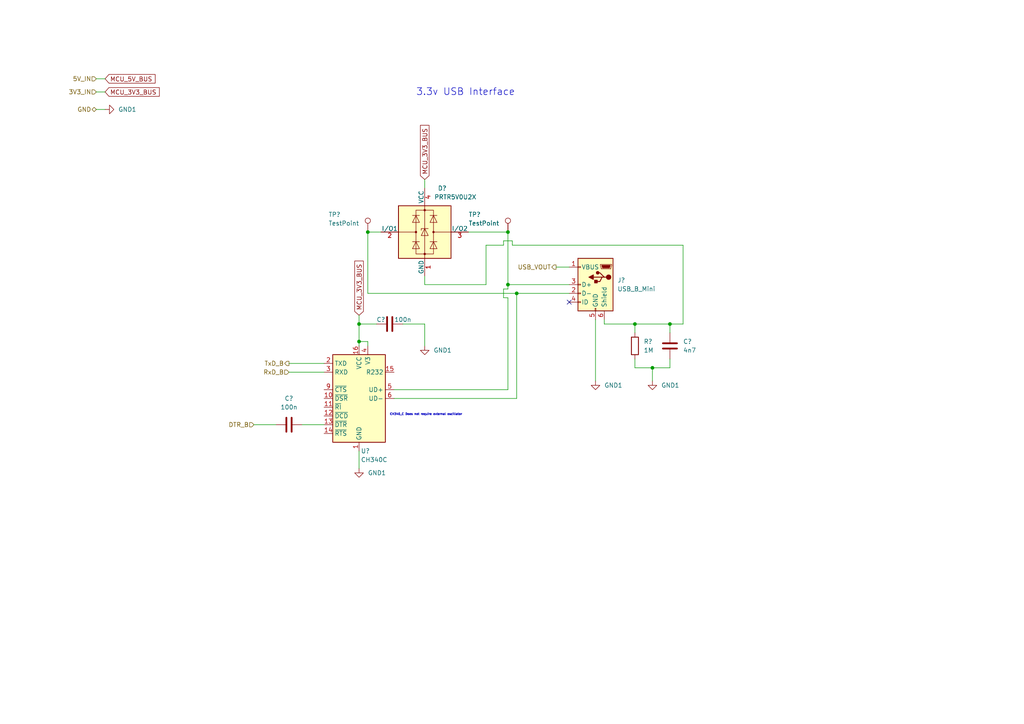
<source format=kicad_sch>
(kicad_sch (version 20211123) (generator eeschema)
  (paper "A4")
  (lib_symbols
    (symbol "000_Capacitor_film_immo:cap_film_0805" (pin_numbers hide) (pin_names (offset 0.254))
      (property "Reference" "C" (at 0.635 2.54 0))
      (property "Value" "cap_film_0805" (at 0.635 -2.54 0))
      (symbol "cap_film_0805_0_1"
        (polyline (pts (xy -2.032 -0.762) (xy 2.032 -0.762)) (stroke (width 0.508)))
        (polyline (pts (xy -2.032 0.762) (xy 2.032 0.762)) (stroke (width 0.508)))
      )
      (symbol "cap_film_0805_1_1"
        (pin passive line (at 0 3.81 270) (length 2.794) (name "~") (number "1"))
        (pin passive line (at 0 -3.81 90) (length 2.794) (name "~") (number "2"))
      )
    )
    (symbol "000_Resistors_Immo:Resistor_0805" (pin_numbers hide) (pin_names (offset 0))
      (property "Reference" "R?" (at 2.54 1.2701 0))
      (property "Value" "Resistor_0805" (at 2.54 -1.2699 0))
      (symbol "Resistor_0805_0_1"
        (rectangle (start -1.016 -2.54) (end 1.016 2.54) (stroke (width 0.254)))
      )
      (symbol "Resistor_0805_1_1"
        (pin passive line (at 0 3.81 270) (length 1.27) (name "~") (number "1"))
        (pin passive line (at 0 -3.81 90) (length 1.27) (name "~") (number "2"))
      )
    )
    (symbol "Connector:TestPoint" (pin_numbers hide) (pin_names (offset 0.762) hide)
      (property "Reference" "TP" (at 0 6.858 0))
      (property "Value" "TestPoint" (at 0 5.08 0))
      (symbol "TestPoint_0_1"
        (circle (center 0 3.302) (radius 0.762))
      )
      (symbol "TestPoint_1_1"
        (pin passive line (at 0 0 90) (length 2.54) (name "1") (number "1"))
      )
    )
    (symbol "Connector:USB_B_Mini" (pin_names (offset 1.016))
      (property "Reference" "J" (at -5.08 11.43 0))
      (property "Value" "USB_B_Mini" (at -5.08 8.89 0))
      (symbol "USB_B_Mini_0_1"
        (rectangle (start -5.08 -7.62) (end 5.08 7.62) (stroke (width 0.254)) (fill (type background)))
        (circle (center -3.81 2.159) (radius 0.635) (stroke (width 0.254)) (fill (type outline)))
        (circle (center -0.635 3.429) (radius 0.381) (stroke (width 0.254)) (fill (type outline)))
        (rectangle (start -0.127 -7.62) (end 0.127 -6.858))
        (polyline (pts (xy -1.905 2.159) (xy 0.635 2.159)) (stroke (width 0.254)))
        (polyline (pts (xy -3.175 2.159) (xy -2.54 2.159) (xy -1.27 3.429) (xy -0.635 3.429)) (stroke (width 0.254)))
        (polyline (pts (xy -2.54 2.159) (xy -1.905 2.159) (xy -1.27 0.889) (xy 0 0.889)) (stroke (width 0.254)))
        (polyline (pts (xy 0.635 2.794) (xy 0.635 1.524) (xy 1.905 2.159) (xy 0.635 2.794)) (stroke (width 0.254)) (fill (type outline)))
        (polyline (pts (xy -4.318 5.588) (xy -1.778 5.588) (xy -2.032 4.826) (xy -4.064 4.826) (xy -4.318 5.588)) (fill (type outline)))
        (polyline (pts (xy -4.699 5.842) (xy -4.699 5.588) (xy -4.445 4.826) (xy -4.445 4.572) (xy -1.651 4.572) (xy -1.651 4.826) (xy -1.397 5.588) (xy -1.397 5.842) (xy -4.699 5.842)))
        (rectangle (start 0.254 1.27) (end -0.508 0.508) (stroke (width 0.254)) (fill (type outline)))
        (rectangle (start 5.08 -5.207) (end 4.318 -4.953))
        (rectangle (start 5.08 -2.667) (end 4.318 -2.413))
        (rectangle (start 5.08 -0.127) (end 4.318 0.127))
        (rectangle (start 5.08 4.953) (end 4.318 5.207))
      )
      (symbol "USB_B_Mini_1_1"
        (pin power_out line (at 7.62 5.08 180) (length 2.54) (name "VBUS") (number "1"))
        (pin bidirectional line (at 7.62 -2.54 180) (length 2.54) (name "D-") (number "2"))
        (pin bidirectional line (at 7.62 0 180) (length 2.54) (name "D+") (number "3"))
        (pin passive line (at 7.62 -5.08 180) (length 2.54) (name "ID") (number "4"))
        (pin power_out line (at 0 -10.16 90) (length 2.54) (name "GND") (number "5"))
        (pin passive line (at -2.54 -10.16 90) (length 2.54) (name "Shield") (number "6"))
      )
    )
    (symbol "Interface_USB:CH340C"
      (property "Reference" "U" (at -5.08 13.97 0))
      (property "Value" "CH340C" (at 1.27 13.97 0))
      (symbol "CH340C_0_1"
        (rectangle (start -7.62 12.7) (end 7.62 -12.7) (stroke (width 0.254)) (fill (type background)))
      )
      (symbol "CH340C_1_1"
        (pin power_in line (at 0 -15.24 90) (length 2.54) (name "GND") (number "1"))
        (pin input line (at 10.16 0 180) (length 2.54) (name "~{DSR}") (number "10"))
        (pin input line (at 10.16 -2.54 180) (length 2.54) (name "~{RI}") (number "11"))
        (pin input line (at 10.16 -5.08 180) (length 2.54) (name "~{DCD}") (number "12"))
        (pin output line (at 10.16 -7.62 180) (length 2.54) (name "~{DTR}") (number "13"))
        (pin output line (at 10.16 -10.16 180) (length 2.54) (name "~{RTS}") (number "14"))
        (pin input line (at -10.16 7.62 0) (length 2.54) (name "R232") (number "15"))
        (pin power_in line (at 0 15.24 270) (length 2.54) (name "VCC") (number "16"))
        (pin output line (at 10.16 10.16 180) (length 2.54) (name "TXD") (number "2"))
        (pin input line (at 10.16 7.62 180) (length 2.54) (name "RXD") (number "3"))
        (pin passive line (at -2.54 15.24 270) (length 2.54) (name "V3") (number "4"))
        (pin bidirectional line (at -10.16 2.54 0) (length 2.54) (name "UD+") (number "5"))
        (pin bidirectional line (at -10.16 0 0) (length 2.54) (name "UD-") (number "6"))
        (pin no_connect line (at -7.62 -7.62 0) (length 2.54) hide (name "NC") (number "7"))
        (pin no_connect line (at -7.62 -10.16 0) (length 2.54) hide (name "NC") (number "8"))
        (pin input line (at 10.16 2.54 180) (length 2.54) (name "~{CTS}") (number "9"))
      )
    )
    (symbol "Power_Protection:PRTR5V0U2X" (pin_names (offset 0))
      (property "Reference" "D" (at 2.794 8.636 0))
      (property "Value" "PRTR5V0U2X" (at 8.128 -9.398 0))
      (symbol "PRTR5V0U2X_0_1"
        (rectangle (start -7.62 -7.62) (end 7.62 7.62) (stroke (width 0.254)) (fill (type background)))
        (circle (center -2.54 0) (radius 0.254) (fill (type outline)))
        (rectangle (start -2.54 6.35) (end 2.54 -6.35))
        (circle (center 0 -6.35) (radius 0.254) (fill (type outline)))
        (polyline (pts (xy -2.54 0) (xy -7.62 0)))
        (polyline (pts (xy -1.524 -2.794) (xy -3.556 -2.794)))
        (polyline (pts (xy -1.524 4.826) (xy -3.556 4.826)))
        (polyline (pts (xy 0 -7.62) (xy 0 7.62)))
        (polyline (pts (xy 1.524 -2.794) (xy 3.556 -2.794)))
        (polyline (pts (xy 1.524 4.826) (xy 3.556 4.826)))
        (polyline (pts (xy 2.54 0) (xy 7.62 0)))
        (polyline (pts (xy 1.016 1.016) (xy -1.016 1.016) (xy -1.016 0.508)))
        (polyline (pts (xy -3.556 -4.826) (xy -1.524 -4.826) (xy -2.54 -2.794) (xy -3.556 -4.826)))
        (polyline (pts (xy -3.556 2.794) (xy -1.524 2.794) (xy -2.54 4.826) (xy -3.556 2.794)))
        (polyline (pts (xy -1.016 -1.016) (xy 1.016 -1.016) (xy 0 1.016) (xy -1.016 -1.016)))
        (polyline (pts (xy 3.556 -4.826) (xy 1.524 -4.826) (xy 2.54 -2.794) (xy 3.556 -4.826)))
        (polyline (pts (xy 3.556 2.794) (xy 1.524 2.794) (xy 2.54 4.826) (xy 3.556 2.794)))
        (circle (center 0 6.35) (radius 0.254) (fill (type outline)))
        (circle (center 2.54 0) (radius 0.254) (fill (type outline)))
      )
      (symbol "PRTR5V0U2X_1_1"
        (pin passive line (at 0 -12.7 90) (length 5.08) (name "GND") (number "1"))
        (pin passive line (at -12.7 0 0) (length 5.08) (name "I/O1") (number "2"))
        (pin passive line (at 12.7 0 180) (length 5.08) (name "I/O2") (number "3"))
        (pin passive line (at 0 12.7 270) (length 5.08) (name "VCC") (number "4"))
      )
    )
    (symbol "power:GND1" (power) (pin_names (offset 0))
      (property "Value" "GND1" (at 0 -3.81 0))
      (symbol "GND1_0_1"
        (polyline (pts (xy 0 0) (xy 0 -1.27) (xy 1.27 -1.27) (xy 0 -2.54) (xy -1.27 -1.27) (xy 0 -1.27)))
      )
      (symbol "GND1_1_1"
        (pin power_in line (at 0 0 270) (length 0) hide (name "GND1") (number "1"))
      )
    )
  )
  (junction (at 147.32 82.55))
  (junction (at 184.15 93.98))
  (junction (at 104.14 99.06))
  (junction (at 194.31 93.98))
  (junction (at 147.32 67.31))
  (junction (at 149.86 85.09))
  (junction (at 189.23 106.68))
  (junction (at 104.14 93.98))
  (junction (at 106.68 67.31))
  (no_connect (at 165.1 87.63))
  (wire (pts (xy 123.19 82.55) (xy 140.97 82.55)))
  (wire (pts (xy 184.15 93.98) (xy 194.31 93.98)))
  (wire (pts (xy 73.66 123.19) (xy 80.01 123.19)))
  (wire (pts (xy 148.59 71.12) (xy 198.12 71.12)))
  (wire (pts (xy 106.68 100.33) (xy 106.68 99.06)))
  (wire (pts (xy 140.97 71.12) (xy 146.05 71.12)))
  (wire (pts (xy 114.3 115.57) (xy 149.86 115.57)))
  (wire (pts (xy 83.82 105.41) (xy 93.98 105.41)))
  (wire (pts (xy 198.12 71.12) (xy 198.12 93.98)))
  (wire (pts (xy 104.14 99.06) (xy 104.14 100.33)))
  (wire (pts (xy 147.32 67.31) (xy 147.32 82.55)))
  (wire (pts (xy 175.26 93.98) (xy 175.26 92.71)))
  (wire (pts (xy 147.32 82.55) (xy 165.1 82.55)))
  (wire (pts (xy 123.19 80.01) (xy 123.19 82.55)))
  (wire (pts (xy 165.1 85.09) (xy 149.86 85.09)))
  (wire (pts (xy 104.14 91.44) (xy 104.14 93.98)))
  (wire (pts (xy 123.19 52.07) (xy 123.19 54.61)))
  (wire (pts (xy 146.05 83.82) (xy 147.32 83.82)))
  (wire (pts (xy 194.31 106.68) (xy 189.23 106.68)))
  (wire (pts (xy 27.94 22.86) (xy 30.48 22.86)))
  (wire (pts (xy 106.68 85.09) (xy 149.86 85.09)))
  (wire (pts (xy 189.23 106.68) (xy 189.23 110.49)))
  (wire (pts (xy 146.05 69.85) (xy 148.59 69.85)))
  (wire (pts (xy 194.31 104.14) (xy 194.31 106.68)))
  (wire (pts (xy 172.72 92.71) (xy 172.72 110.49)))
  (wire (pts (xy 184.15 104.14) (xy 184.15 106.68)))
  (wire (pts (xy 147.32 113.03) (xy 147.32 86.36)))
  (wire (pts (xy 106.68 67.31) (xy 110.49 67.31)))
  (wire (pts (xy 161.29 77.47) (xy 165.1 77.47)))
  (wire (pts (xy 146.05 86.36) (xy 146.05 83.82)))
  (wire (pts (xy 123.19 93.98) (xy 116.84 93.98)))
  (wire (pts (xy 123.19 93.98) (xy 123.19 100.33)))
  (wire (pts (xy 148.59 69.85) (xy 148.59 71.12)))
  (wire (pts (xy 140.97 82.55) (xy 140.97 71.12)))
  (wire (pts (xy 146.05 71.12) (xy 146.05 69.85)))
  (wire (pts (xy 147.32 86.36) (xy 146.05 86.36)))
  (wire (pts (xy 175.26 93.98) (xy 184.15 93.98)))
  (wire (pts (xy 149.86 115.57) (xy 149.86 85.09)))
  (wire (pts (xy 104.14 130.81) (xy 104.14 135.89)))
  (wire (pts (xy 114.3 113.03) (xy 147.32 113.03)))
  (wire (pts (xy 104.14 93.98) (xy 109.22 93.98)))
  (wire (pts (xy 106.68 85.09) (xy 106.68 67.31)))
  (wire (pts (xy 194.31 93.98) (xy 194.31 96.52)))
  (wire (pts (xy 184.15 93.98) (xy 184.15 96.52)))
  (wire (pts (xy 27.94 31.75) (xy 30.48 31.75)))
  (wire (pts (xy 87.63 123.19) (xy 93.98 123.19)))
  (wire (pts (xy 104.14 99.06) (xy 106.68 99.06)))
  (wire (pts (xy 135.89 67.31) (xy 147.32 67.31)))
  (wire (pts (xy 189.23 106.68) (xy 184.15 106.68)))
  (wire (pts (xy 194.31 93.98) (xy 198.12 93.98)))
  (wire (pts (xy 83.82 107.95) (xy 93.98 107.95)))
  (wire (pts (xy 104.14 93.98) (xy 104.14 99.06)))
  (wire (pts (xy 147.32 83.82) (xy 147.32 82.55)))
  (wire (pts (xy 27.94 26.67) (xy 30.48 26.67)))
  (text "CH340_C Does not require external oscillator" (at 113.03 120.65 0) (effects (font (size 0.6 0.6)) (justify left bottom)))
  (text "3.3v USB Interface" (at 120.65 27.94 0) (effects (font (size 2 2)) (justify left bottom)))
  (global_label "MCU_5V_BUS" (shape input) (at 30.48 22.86 0) (property "Intersheet References" "${INTERSHEET_REFS}" (effects hide)))
  (global_label "MCU_3V3_BUS" (shape input) (at 30.48 26.67 0) (property "Intersheet References" "${INTERSHEET_REFS}" (effects hide)))
  (global_label "MCU_3V3_BUS" (shape input) (at 123.19 52.07 90) (property "Intersheet References" "${INTERSHEET_REFS}" (effects hide)))
  (global_label "MCU_3V3_BUS" (shape input) (at 104.14 91.44 90) (property "Intersheet References" "${INTERSHEET_REFS}" (effects hide)))
  (hierarchical_label "RxD_B" (shape input) (at 83.82 107.95 180))
  (hierarchical_label "5V_IN" (shape input) (at 27.94 22.86 180))
  (hierarchical_label "TxD_B" (shape output) (at 83.82 105.41 180))
  (hierarchical_label "USB_VOUT" (shape output) (at 161.29 77.47 180))
  (hierarchical_label "3V3_IN" (shape input) (at 27.94 26.67 180))
  (hierarchical_label "DTR_B" (shape input) (at 73.66 123.19 180))
  (hierarchical_label "GND" (shape bidirectional) (at 27.94 31.75 180))
  (symbol (lib_id "power:GND1") (at 123.19 100.33 0) (unit 1)
    (property "Reference" "#PWR?" (effects hide))
    (property "Value" "GND1" (at 125.73 101.5999 0) (effects (justify left)))
  )
  (symbol (lib_id "power:GND1") (at 30.48 31.75 90) (unit 1)
    (property "Reference" "#PWR?" (effects hide))
    (property "Value" "GND1" (at 34.29 31.7499 90) (effects (justify right)))
  )
  (symbol (lib_id "Connector:TestPoint") (at 147.32 67.31 0) (unit 1)
    (property "Reference" "TP?" (at 135.89 62.23 0) (effects (justify left)))
    (property "Value" "TestPoint" (at 135.89 64.77 0) (effects (justify left)))
  )
  (symbol (lib_id "Connector:TestPoint") (at 106.68 67.31 0) (unit 1)
    (property "Reference" "TP?" (at 95.25 62.23 0) (effects (justify left)))
    (property "Value" "TestPoint" (at 95.25 64.77 0) (effects (justify left)))
  )
  (symbol (lib_id "Power_Protection:PRTR5V0U2X") (at 123.19 67.31 0) (unit 1)
    (property "Reference" "D?" (at 128.27 54.61 0))
    (property "Value" "PRTR5V0U2X" (at 132.08 57.15 0))
    (property "Footprint" "Package_TO_SOT_SMD:SOT-143" (effects hide))
    (property "Datasheet" "https://assets.nexperia.com/documents/data-sheet/PRTR5V0U2X.pdf" (effects hide))
  )
  (symbol (lib_id "000_Capacitor_film_immo:cap_film_0805") (at 83.82 123.19 90) (unit 1)
    (property "Reference" "C?" (at 83.82 115.57 90))
    (property "Value" "100n" (at 83.82 118.11 90))
    (property "Footprint" "Capacitor_SMD:C_0805_2012Metric_Pad1.18x1.45mm_HandSolder" (effects hide))
  )
  (symbol (lib_id "power:GND1") (at 172.72 110.49 0) (unit 1)
    (property "Reference" "#PWR?" (effects hide))
    (property "Value" "GND1" (at 175.26 111.7599 0) (effects (justify left)))
  )
  (symbol (lib_id "Interface_USB:CH340C") (at 104.14 115.57 0) (mirror y) (unit 1)
    (property "Reference" "U?" (at 104.6606 130.81 0) (effects (justify right)))
    (property "Value" "CH340C" (at 104.6606 133.35 0) (effects (justify right)))
    (property "Footprint" "Package_SO:SOIC-16_3.9x9.9mm_P1.27mm" (effects hide))
    (property "Datasheet" "https://datasheet.lcsc.com/szlcsc/Jiangsu-Qin-Heng-CH340C_C84681.pdf" (effects hide))
  )
  (symbol (lib_id "power:GND1") (at 104.14 135.89 0) (unit 1)
    (property "Reference" "#PWR?" (effects hide))
    (property "Value" "GND1" (at 106.68 137.1599 0) (effects (justify left)))
  )
  (symbol (lib_id "000_Resistors_Immo:Resistor_0805") (at 184.15 100.33 0) (unit 1)
    (property "Reference" "R?" (at 186.69 99.0599 0) (effects (justify left)))
    (property "Value" "1M" (at 186.69 101.6 0) (effects (justify left)))
    (property "Footprint" "Resistor_SMD:R_0805_2012Metric_Pad1.20x1.40mm_HandSolder" (effects hide))
  )
  (symbol (lib_id "000_Capacitor_film_immo:cap_film_0805") (at 194.31 100.33 180) (unit 1)
    (property "Reference" "C?" (at 198.12 99.0599 0) (effects (justify right)))
    (property "Value" "4n7" (at 198.12 101.5999 0) (effects (justify right)))
    (property "Footprint" "Capacitor_SMD:C_0805_2012Metric_Pad1.18x1.45mm_HandSolder" (effects hide))
  )
  (symbol (lib_id "Connector:USB_B_Mini") (at 172.72 82.55 0) (mirror y) (unit 1)
    (property "Reference" "J?" (at 179.07 81.2799 0) (effects (justify right)))
    (property "Value" "USB_B_Mini" (at 179.07 83.8199 0) (effects (justify right)))
  )
  (symbol (lib_id "000_Capacitor_film_immo:cap_film_0805") (at 113.03 93.98 90) (unit 1)
    (property "Reference" "C?" (at 110.49 92.71 90))
    (property "Value" "100n" (at 116.84 92.71 90))
    (property "Footprint" "Capacitor_SMD:C_0805_2012Metric_Pad1.18x1.45mm_HandSolder" (effects hide))
  )
  (symbol (lib_id "power:GND1") (at 189.23 110.49 0) (unit 1)
    (property "Reference" "#PWR?" (effects hide))
    (property "Value" "GND1" (at 191.77 111.7599 0) (effects (justify left)))
  )
)
</source>
